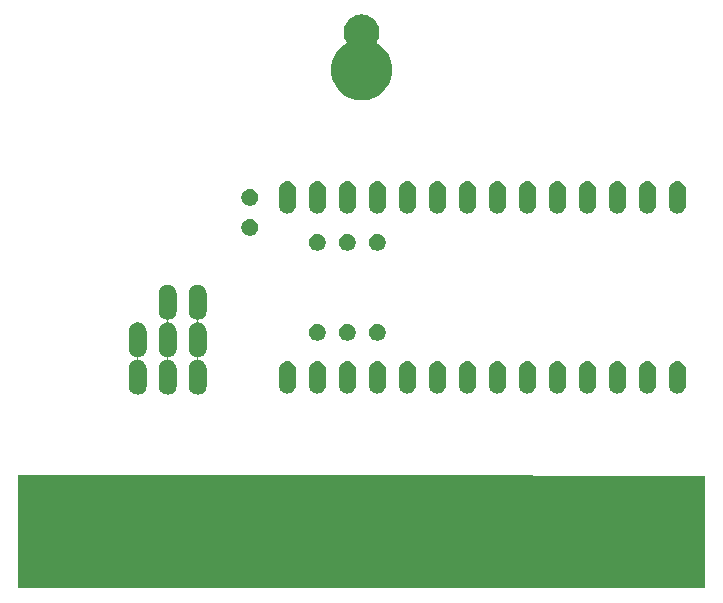
<source format=gbr>
G04 #@! TF.GenerationSoftware,KiCad,Pcbnew,5.0.2-bee76a0~70~ubuntu18.04.1*
G04 #@! TF.CreationDate,2021-04-24T13:54:54-04:00*
G04 #@! TF.ProjectId,SimpleC64Cart,53696d70-6c65-4433-9634-436172742e6b,rev?*
G04 #@! TF.SameCoordinates,Original*
G04 #@! TF.FileFunction,Soldermask,Top*
G04 #@! TF.FilePolarity,Negative*
%FSLAX46Y46*%
G04 Gerber Fmt 4.6, Leading zero omitted, Abs format (unit mm)*
G04 Created by KiCad (PCBNEW 5.0.2-bee76a0~70~ubuntu18.04.1) date Sat 24 Apr 2021 01:54:54 PM EDT*
%MOMM*%
%LPD*%
G01*
G04 APERTURE LIST*
%ADD10C,0.100000*%
G04 APERTURE END LIST*
D10*
G36*
X119402319Y-119970004D02*
X119402320Y-119970004D01*
X148602674Y-119980037D01*
X177600000Y-119990000D01*
X177600000Y-129510000D01*
X119390000Y-129510000D01*
X119390000Y-119970000D01*
X119402319Y-119970004D01*
X119402319Y-119970004D01*
G37*
G36*
X129680477Y-107023926D02*
X129776235Y-107052974D01*
X129824115Y-107067498D01*
X129890303Y-107102877D01*
X129956491Y-107138255D01*
X130072522Y-107233478D01*
X130072523Y-107233480D01*
X130072525Y-107233481D01*
X130129656Y-107303096D01*
X130167745Y-107349508D01*
X130198867Y-107407734D01*
X130238502Y-107481884D01*
X130251345Y-107524221D01*
X130282074Y-107625522D01*
X130293100Y-107737474D01*
X130293100Y-109234726D01*
X130282074Y-109346678D01*
X130253026Y-109442436D01*
X130238502Y-109490316D01*
X130212694Y-109538599D01*
X130167745Y-109622692D01*
X130072522Y-109738722D01*
X129956492Y-109833945D01*
X129872399Y-109878894D01*
X129824116Y-109904702D01*
X129776236Y-109919226D01*
X129680478Y-109948274D01*
X129671050Y-109949203D01*
X129647019Y-109953982D01*
X129624380Y-109963360D01*
X129604006Y-109976974D01*
X129586679Y-109994301D01*
X129573065Y-110014675D01*
X129563687Y-110037314D01*
X129558907Y-110061348D01*
X129558907Y-110085852D01*
X129563687Y-110109886D01*
X129573065Y-110132525D01*
X129586679Y-110152899D01*
X129604006Y-110170226D01*
X129624380Y-110183840D01*
X129647019Y-110193218D01*
X129671049Y-110197997D01*
X129680477Y-110198926D01*
X129776235Y-110227974D01*
X129824115Y-110242498D01*
X129890302Y-110277876D01*
X129956491Y-110313255D01*
X130072522Y-110408478D01*
X130072523Y-110408480D01*
X130072525Y-110408481D01*
X130079103Y-110416497D01*
X130167745Y-110524508D01*
X130212694Y-110608601D01*
X130238502Y-110656884D01*
X130253026Y-110704764D01*
X130282074Y-110800522D01*
X130293100Y-110912474D01*
X130293100Y-112409726D01*
X130282074Y-112521678D01*
X130256804Y-112604981D01*
X130238502Y-112665316D01*
X130212694Y-112713599D01*
X130167745Y-112797692D01*
X130072522Y-112913722D01*
X129956492Y-113008945D01*
X129886903Y-113046141D01*
X129824116Y-113079702D01*
X129776236Y-113094226D01*
X129680478Y-113123274D01*
X129531100Y-113137986D01*
X129381723Y-113123274D01*
X129285965Y-113094226D01*
X129238085Y-113079702D01*
X129175298Y-113046141D01*
X129105709Y-113008945D01*
X128989679Y-112913722D01*
X128894456Y-112797692D01*
X128849507Y-112713599D01*
X128823699Y-112665316D01*
X128805397Y-112604981D01*
X128780127Y-112521678D01*
X128769101Y-112409726D01*
X128769100Y-110912475D01*
X128780126Y-110800523D01*
X128823698Y-110656886D01*
X128823698Y-110656885D01*
X128859076Y-110590698D01*
X128894455Y-110524509D01*
X128989678Y-110408478D01*
X128989680Y-110408477D01*
X128989681Y-110408475D01*
X129105706Y-110313257D01*
X129105708Y-110313255D01*
X129189801Y-110268306D01*
X129238084Y-110242498D01*
X129285964Y-110227974D01*
X129381722Y-110198926D01*
X129391150Y-110197997D01*
X129415181Y-110193218D01*
X129437820Y-110183840D01*
X129458194Y-110170226D01*
X129475521Y-110152899D01*
X129489135Y-110132525D01*
X129498513Y-110109886D01*
X129503293Y-110085852D01*
X129503293Y-110061348D01*
X129498513Y-110037314D01*
X129489135Y-110014675D01*
X129475521Y-109994301D01*
X129458194Y-109976974D01*
X129437820Y-109963360D01*
X129415181Y-109953982D01*
X129391151Y-109949203D01*
X129381723Y-109948274D01*
X129285965Y-109919226D01*
X129238085Y-109904702D01*
X129189802Y-109878894D01*
X129105709Y-109833945D01*
X128989679Y-109738722D01*
X128894456Y-109622692D01*
X128849507Y-109538599D01*
X128823699Y-109490316D01*
X128809175Y-109442436D01*
X128780127Y-109346678D01*
X128769101Y-109234726D01*
X128769100Y-107737475D01*
X128780126Y-107625523D01*
X128823698Y-107481886D01*
X128823698Y-107481885D01*
X128859076Y-107415698D01*
X128894455Y-107349509D01*
X128989678Y-107233478D01*
X128989680Y-107233477D01*
X128989681Y-107233475D01*
X129059296Y-107176344D01*
X129105708Y-107138255D01*
X129189801Y-107093306D01*
X129238084Y-107067498D01*
X129285964Y-107052974D01*
X129381722Y-107023926D01*
X129531100Y-107009214D01*
X129680477Y-107023926D01*
X129680477Y-107023926D01*
G37*
G36*
X134760478Y-103848926D02*
X134856236Y-103877974D01*
X134904116Y-103892498D01*
X134952399Y-103918306D01*
X135036492Y-103963255D01*
X135152522Y-104058478D01*
X135247745Y-104174508D01*
X135292694Y-104258601D01*
X135318502Y-104306884D01*
X135318502Y-104306885D01*
X135362074Y-104450522D01*
X135373100Y-104562474D01*
X135373100Y-106059726D01*
X135362074Y-106171678D01*
X135333026Y-106267436D01*
X135318502Y-106315316D01*
X135292694Y-106363599D01*
X135247745Y-106447692D01*
X135247743Y-106447694D01*
X135152525Y-106563719D01*
X135152523Y-106563720D01*
X135152522Y-106563722D01*
X135036491Y-106658945D01*
X134970302Y-106694324D01*
X134904115Y-106729702D01*
X134856235Y-106744226D01*
X134760477Y-106773274D01*
X134751049Y-106774203D01*
X134727018Y-106778982D01*
X134704379Y-106788360D01*
X134684005Y-106801974D01*
X134666678Y-106819301D01*
X134653064Y-106839675D01*
X134643686Y-106862314D01*
X134638906Y-106886348D01*
X134638906Y-106910852D01*
X134643686Y-106934886D01*
X134653064Y-106957525D01*
X134666678Y-106977899D01*
X134684005Y-106995226D01*
X134704379Y-107008840D01*
X134727018Y-107018218D01*
X134751049Y-107022997D01*
X134760477Y-107023926D01*
X134856235Y-107052974D01*
X134904115Y-107067498D01*
X134970303Y-107102877D01*
X135036491Y-107138255D01*
X135152522Y-107233478D01*
X135152523Y-107233480D01*
X135152525Y-107233481D01*
X135209656Y-107303096D01*
X135247745Y-107349508D01*
X135278867Y-107407734D01*
X135318502Y-107481884D01*
X135331345Y-107524221D01*
X135362074Y-107625522D01*
X135373100Y-107737474D01*
X135373100Y-109234726D01*
X135362074Y-109346678D01*
X135333026Y-109442436D01*
X135318502Y-109490316D01*
X135292694Y-109538599D01*
X135247745Y-109622692D01*
X135152522Y-109738722D01*
X135036492Y-109833945D01*
X134952399Y-109878894D01*
X134904116Y-109904702D01*
X134856236Y-109919226D01*
X134760478Y-109948274D01*
X134751050Y-109949203D01*
X134727019Y-109953982D01*
X134704380Y-109963360D01*
X134684006Y-109976974D01*
X134666679Y-109994301D01*
X134653065Y-110014675D01*
X134643687Y-110037314D01*
X134638907Y-110061348D01*
X134638907Y-110085852D01*
X134643687Y-110109886D01*
X134653065Y-110132525D01*
X134666679Y-110152899D01*
X134684006Y-110170226D01*
X134704380Y-110183840D01*
X134727019Y-110193218D01*
X134751049Y-110197997D01*
X134760477Y-110198926D01*
X134856235Y-110227974D01*
X134904115Y-110242498D01*
X134970302Y-110277876D01*
X135036491Y-110313255D01*
X135152522Y-110408478D01*
X135152523Y-110408480D01*
X135152525Y-110408481D01*
X135159103Y-110416497D01*
X135247745Y-110524508D01*
X135292694Y-110608601D01*
X135318502Y-110656884D01*
X135333026Y-110704764D01*
X135362074Y-110800522D01*
X135373100Y-110912474D01*
X135373100Y-112409726D01*
X135362074Y-112521678D01*
X135336804Y-112604981D01*
X135318502Y-112665316D01*
X135292694Y-112713599D01*
X135247745Y-112797692D01*
X135152522Y-112913722D01*
X135036492Y-113008945D01*
X134966903Y-113046141D01*
X134904116Y-113079702D01*
X134856236Y-113094226D01*
X134760478Y-113123274D01*
X134611100Y-113137986D01*
X134461723Y-113123274D01*
X134365965Y-113094226D01*
X134318085Y-113079702D01*
X134255298Y-113046141D01*
X134185709Y-113008945D01*
X134069679Y-112913722D01*
X133974456Y-112797692D01*
X133929507Y-112713599D01*
X133903699Y-112665316D01*
X133885397Y-112604981D01*
X133860127Y-112521678D01*
X133849101Y-112409726D01*
X133849100Y-110912475D01*
X133860126Y-110800523D01*
X133903698Y-110656886D01*
X133903698Y-110656885D01*
X133939076Y-110590698D01*
X133974455Y-110524509D01*
X134069678Y-110408478D01*
X134069680Y-110408477D01*
X134069681Y-110408475D01*
X134185706Y-110313257D01*
X134185708Y-110313255D01*
X134269801Y-110268306D01*
X134318084Y-110242498D01*
X134365964Y-110227974D01*
X134461722Y-110198926D01*
X134471150Y-110197997D01*
X134495181Y-110193218D01*
X134517820Y-110183840D01*
X134538194Y-110170226D01*
X134555521Y-110152899D01*
X134569135Y-110132525D01*
X134578513Y-110109886D01*
X134583293Y-110085852D01*
X134583293Y-110061348D01*
X134578513Y-110037314D01*
X134569135Y-110014675D01*
X134555521Y-109994301D01*
X134538194Y-109976974D01*
X134517820Y-109963360D01*
X134495181Y-109953982D01*
X134471151Y-109949203D01*
X134461723Y-109948274D01*
X134365965Y-109919226D01*
X134318085Y-109904702D01*
X134269802Y-109878894D01*
X134185709Y-109833945D01*
X134069679Y-109738722D01*
X133974456Y-109622692D01*
X133929507Y-109538599D01*
X133903699Y-109490316D01*
X133889175Y-109442436D01*
X133860127Y-109346678D01*
X133849101Y-109234726D01*
X133849100Y-107737475D01*
X133860126Y-107625523D01*
X133903698Y-107481886D01*
X133903698Y-107481885D01*
X133939076Y-107415698D01*
X133974455Y-107349509D01*
X134069678Y-107233478D01*
X134069680Y-107233477D01*
X134069681Y-107233475D01*
X134139296Y-107176344D01*
X134185708Y-107138255D01*
X134269801Y-107093306D01*
X134318084Y-107067498D01*
X134365964Y-107052974D01*
X134461722Y-107023926D01*
X134471150Y-107022997D01*
X134495181Y-107018218D01*
X134517820Y-107008840D01*
X134538194Y-106995226D01*
X134555521Y-106977899D01*
X134569135Y-106957525D01*
X134578513Y-106934886D01*
X134583293Y-106910852D01*
X134583293Y-106886348D01*
X134578513Y-106862314D01*
X134569135Y-106839675D01*
X134555521Y-106819301D01*
X134538194Y-106801974D01*
X134517820Y-106788360D01*
X134495181Y-106778982D01*
X134471150Y-106774203D01*
X134461722Y-106773274D01*
X134365964Y-106744226D01*
X134318084Y-106729702D01*
X134269801Y-106703894D01*
X134185708Y-106658945D01*
X134139296Y-106620856D01*
X134069681Y-106563725D01*
X134069680Y-106563723D01*
X134069678Y-106563722D01*
X133974455Y-106447691D01*
X133903699Y-106315316D01*
X133903698Y-106315315D01*
X133889174Y-106267435D01*
X133860126Y-106171677D01*
X133849100Y-106059725D01*
X133849101Y-104562474D01*
X133860127Y-104450522D01*
X133903699Y-104306885D01*
X133903699Y-104306884D01*
X133929507Y-104258601D01*
X133974456Y-104174508D01*
X134069679Y-104058478D01*
X134185709Y-103963255D01*
X134269802Y-103918306D01*
X134318085Y-103892498D01*
X134365965Y-103877974D01*
X134461723Y-103848926D01*
X134611100Y-103834214D01*
X134760478Y-103848926D01*
X134760478Y-103848926D01*
G37*
G36*
X132220478Y-103848926D02*
X132316236Y-103877974D01*
X132364116Y-103892498D01*
X132412399Y-103918306D01*
X132496492Y-103963255D01*
X132612522Y-104058478D01*
X132707745Y-104174508D01*
X132752694Y-104258601D01*
X132778502Y-104306884D01*
X132778502Y-104306885D01*
X132822074Y-104450522D01*
X132833100Y-104562474D01*
X132833100Y-106059726D01*
X132822074Y-106171678D01*
X132793026Y-106267436D01*
X132778502Y-106315316D01*
X132752694Y-106363599D01*
X132707745Y-106447692D01*
X132707743Y-106447694D01*
X132612525Y-106563719D01*
X132612523Y-106563720D01*
X132612522Y-106563722D01*
X132496491Y-106658945D01*
X132430302Y-106694324D01*
X132364115Y-106729702D01*
X132316235Y-106744226D01*
X132220477Y-106773274D01*
X132211049Y-106774203D01*
X132187018Y-106778982D01*
X132164379Y-106788360D01*
X132144005Y-106801974D01*
X132126678Y-106819301D01*
X132113064Y-106839675D01*
X132103686Y-106862314D01*
X132098906Y-106886348D01*
X132098906Y-106910852D01*
X132103686Y-106934886D01*
X132113064Y-106957525D01*
X132126678Y-106977899D01*
X132144005Y-106995226D01*
X132164379Y-107008840D01*
X132187018Y-107018218D01*
X132211049Y-107022997D01*
X132220477Y-107023926D01*
X132316235Y-107052974D01*
X132364115Y-107067498D01*
X132430303Y-107102877D01*
X132496491Y-107138255D01*
X132612522Y-107233478D01*
X132612523Y-107233480D01*
X132612525Y-107233481D01*
X132669656Y-107303096D01*
X132707745Y-107349508D01*
X132738867Y-107407734D01*
X132778502Y-107481884D01*
X132791345Y-107524221D01*
X132822074Y-107625522D01*
X132833100Y-107737474D01*
X132833100Y-109234726D01*
X132822074Y-109346678D01*
X132793026Y-109442436D01*
X132778502Y-109490316D01*
X132752694Y-109538599D01*
X132707745Y-109622692D01*
X132612522Y-109738722D01*
X132496492Y-109833945D01*
X132412399Y-109878894D01*
X132364116Y-109904702D01*
X132316236Y-109919226D01*
X132220478Y-109948274D01*
X132211050Y-109949203D01*
X132187019Y-109953982D01*
X132164380Y-109963360D01*
X132144006Y-109976974D01*
X132126679Y-109994301D01*
X132113065Y-110014675D01*
X132103687Y-110037314D01*
X132098907Y-110061348D01*
X132098907Y-110085852D01*
X132103687Y-110109886D01*
X132113065Y-110132525D01*
X132126679Y-110152899D01*
X132144006Y-110170226D01*
X132164380Y-110183840D01*
X132187019Y-110193218D01*
X132211049Y-110197997D01*
X132220477Y-110198926D01*
X132316235Y-110227974D01*
X132364115Y-110242498D01*
X132430302Y-110277876D01*
X132496491Y-110313255D01*
X132612522Y-110408478D01*
X132612523Y-110408480D01*
X132612525Y-110408481D01*
X132619103Y-110416497D01*
X132707745Y-110524508D01*
X132752694Y-110608601D01*
X132778502Y-110656884D01*
X132793026Y-110704764D01*
X132822074Y-110800522D01*
X132833100Y-110912474D01*
X132833100Y-112409726D01*
X132822074Y-112521678D01*
X132796804Y-112604981D01*
X132778502Y-112665316D01*
X132752694Y-112713599D01*
X132707745Y-112797692D01*
X132612522Y-112913722D01*
X132496492Y-113008945D01*
X132426903Y-113046141D01*
X132364116Y-113079702D01*
X132316236Y-113094226D01*
X132220478Y-113123274D01*
X132071100Y-113137986D01*
X131921723Y-113123274D01*
X131825965Y-113094226D01*
X131778085Y-113079702D01*
X131715298Y-113046141D01*
X131645709Y-113008945D01*
X131529679Y-112913722D01*
X131434456Y-112797692D01*
X131389507Y-112713599D01*
X131363699Y-112665316D01*
X131345397Y-112604981D01*
X131320127Y-112521678D01*
X131309101Y-112409726D01*
X131309100Y-110912475D01*
X131320126Y-110800523D01*
X131363698Y-110656886D01*
X131363698Y-110656885D01*
X131399076Y-110590698D01*
X131434455Y-110524509D01*
X131529678Y-110408478D01*
X131529680Y-110408477D01*
X131529681Y-110408475D01*
X131645706Y-110313257D01*
X131645708Y-110313255D01*
X131729801Y-110268306D01*
X131778084Y-110242498D01*
X131825964Y-110227974D01*
X131921722Y-110198926D01*
X131931150Y-110197997D01*
X131955181Y-110193218D01*
X131977820Y-110183840D01*
X131998194Y-110170226D01*
X132015521Y-110152899D01*
X132029135Y-110132525D01*
X132038513Y-110109886D01*
X132043293Y-110085852D01*
X132043293Y-110061348D01*
X132038513Y-110037314D01*
X132029135Y-110014675D01*
X132015521Y-109994301D01*
X131998194Y-109976974D01*
X131977820Y-109963360D01*
X131955181Y-109953982D01*
X131931151Y-109949203D01*
X131921723Y-109948274D01*
X131825965Y-109919226D01*
X131778085Y-109904702D01*
X131729802Y-109878894D01*
X131645709Y-109833945D01*
X131529679Y-109738722D01*
X131434456Y-109622692D01*
X131389507Y-109538599D01*
X131363699Y-109490316D01*
X131349175Y-109442436D01*
X131320127Y-109346678D01*
X131309101Y-109234726D01*
X131309100Y-107737475D01*
X131320126Y-107625523D01*
X131363698Y-107481886D01*
X131363698Y-107481885D01*
X131399076Y-107415698D01*
X131434455Y-107349509D01*
X131529678Y-107233478D01*
X131529680Y-107233477D01*
X131529681Y-107233475D01*
X131599296Y-107176344D01*
X131645708Y-107138255D01*
X131729801Y-107093306D01*
X131778084Y-107067498D01*
X131825964Y-107052974D01*
X131921722Y-107023926D01*
X131931150Y-107022997D01*
X131955181Y-107018218D01*
X131977820Y-107008840D01*
X131998194Y-106995226D01*
X132015521Y-106977899D01*
X132029135Y-106957525D01*
X132038513Y-106934886D01*
X132043293Y-106910852D01*
X132043293Y-106886348D01*
X132038513Y-106862314D01*
X132029135Y-106839675D01*
X132015521Y-106819301D01*
X131998194Y-106801974D01*
X131977820Y-106788360D01*
X131955181Y-106778982D01*
X131931150Y-106774203D01*
X131921722Y-106773274D01*
X131825964Y-106744226D01*
X131778084Y-106729702D01*
X131729801Y-106703894D01*
X131645708Y-106658945D01*
X131599296Y-106620856D01*
X131529681Y-106563725D01*
X131529680Y-106563723D01*
X131529678Y-106563722D01*
X131434455Y-106447691D01*
X131363699Y-106315316D01*
X131363698Y-106315315D01*
X131349174Y-106267435D01*
X131320126Y-106171677D01*
X131309100Y-106059725D01*
X131309101Y-104562474D01*
X131320127Y-104450522D01*
X131363699Y-104306885D01*
X131363699Y-104306884D01*
X131389507Y-104258601D01*
X131434456Y-104174508D01*
X131529679Y-104058478D01*
X131645709Y-103963255D01*
X131729802Y-103918306D01*
X131778085Y-103892498D01*
X131825965Y-103877974D01*
X131921723Y-103848926D01*
X132071100Y-103834214D01*
X132220478Y-103848926D01*
X132220478Y-103848926D01*
G37*
G36*
X170290520Y-110309790D02*
X170424580Y-110350457D01*
X170548129Y-110416495D01*
X170656431Y-110505375D01*
X170745303Y-110613666D01*
X170811343Y-110737219D01*
X170852010Y-110871279D01*
X170862300Y-110975760D01*
X170862300Y-112366440D01*
X170852010Y-112470921D01*
X170811343Y-112604981D01*
X170745303Y-112728534D01*
X170656428Y-112836828D01*
X170548134Y-112925703D01*
X170424581Y-112991743D01*
X170290521Y-113032410D01*
X170151100Y-113046141D01*
X170011680Y-113032410D01*
X169877620Y-112991743D01*
X169754067Y-112925703D01*
X169645773Y-112836828D01*
X169556898Y-112728534D01*
X169490858Y-112604981D01*
X169450191Y-112470921D01*
X169439901Y-112366440D01*
X169439900Y-110975761D01*
X169450190Y-110871280D01*
X169490857Y-110737220D01*
X169556895Y-110613671D01*
X169645775Y-110505369D01*
X169754066Y-110416497D01*
X169877619Y-110350457D01*
X170011679Y-110309790D01*
X170151100Y-110296059D01*
X170290520Y-110309790D01*
X170290520Y-110309790D01*
G37*
G36*
X162670520Y-110309790D02*
X162804580Y-110350457D01*
X162928129Y-110416495D01*
X163036431Y-110505375D01*
X163125303Y-110613666D01*
X163191343Y-110737219D01*
X163232010Y-110871279D01*
X163242300Y-110975760D01*
X163242300Y-112366440D01*
X163232010Y-112470921D01*
X163191343Y-112604981D01*
X163125303Y-112728534D01*
X163036428Y-112836828D01*
X162928134Y-112925703D01*
X162804581Y-112991743D01*
X162670521Y-113032410D01*
X162531100Y-113046141D01*
X162391680Y-113032410D01*
X162257620Y-112991743D01*
X162134067Y-112925703D01*
X162025773Y-112836828D01*
X161936898Y-112728534D01*
X161870858Y-112604981D01*
X161830191Y-112470921D01*
X161819901Y-112366440D01*
X161819900Y-110975761D01*
X161830190Y-110871280D01*
X161870857Y-110737220D01*
X161936895Y-110613671D01*
X162025775Y-110505369D01*
X162134066Y-110416497D01*
X162257619Y-110350457D01*
X162391679Y-110309790D01*
X162531100Y-110296059D01*
X162670520Y-110309790D01*
X162670520Y-110309790D01*
G37*
G36*
X172830520Y-110309790D02*
X172964580Y-110350457D01*
X173088129Y-110416495D01*
X173196431Y-110505375D01*
X173285303Y-110613666D01*
X173351343Y-110737219D01*
X173392010Y-110871279D01*
X173402300Y-110975760D01*
X173402300Y-112366440D01*
X173392010Y-112470921D01*
X173351343Y-112604981D01*
X173285303Y-112728534D01*
X173196428Y-112836828D01*
X173088134Y-112925703D01*
X172964581Y-112991743D01*
X172830521Y-113032410D01*
X172691100Y-113046141D01*
X172551680Y-113032410D01*
X172417620Y-112991743D01*
X172294067Y-112925703D01*
X172185773Y-112836828D01*
X172096898Y-112728534D01*
X172030858Y-112604981D01*
X171990191Y-112470921D01*
X171979901Y-112366440D01*
X171979900Y-110975761D01*
X171990190Y-110871280D01*
X172030857Y-110737220D01*
X172096895Y-110613671D01*
X172185775Y-110505369D01*
X172294066Y-110416497D01*
X172417619Y-110350457D01*
X172551679Y-110309790D01*
X172691100Y-110296059D01*
X172830520Y-110309790D01*
X172830520Y-110309790D01*
G37*
G36*
X167750520Y-110309790D02*
X167884580Y-110350457D01*
X168008129Y-110416495D01*
X168116431Y-110505375D01*
X168205303Y-110613666D01*
X168271343Y-110737219D01*
X168312010Y-110871279D01*
X168322300Y-110975760D01*
X168322300Y-112366440D01*
X168312010Y-112470921D01*
X168271343Y-112604981D01*
X168205303Y-112728534D01*
X168116428Y-112836828D01*
X168008134Y-112925703D01*
X167884581Y-112991743D01*
X167750521Y-113032410D01*
X167611100Y-113046141D01*
X167471680Y-113032410D01*
X167337620Y-112991743D01*
X167214067Y-112925703D01*
X167105773Y-112836828D01*
X167016898Y-112728534D01*
X166950858Y-112604981D01*
X166910191Y-112470921D01*
X166899901Y-112366440D01*
X166899900Y-110975761D01*
X166910190Y-110871280D01*
X166950857Y-110737220D01*
X167016895Y-110613671D01*
X167105775Y-110505369D01*
X167214066Y-110416497D01*
X167337619Y-110350457D01*
X167471679Y-110309790D01*
X167611100Y-110296059D01*
X167750520Y-110309790D01*
X167750520Y-110309790D01*
G37*
G36*
X165210520Y-110309790D02*
X165344580Y-110350457D01*
X165468129Y-110416495D01*
X165576431Y-110505375D01*
X165665303Y-110613666D01*
X165731343Y-110737219D01*
X165772010Y-110871279D01*
X165782300Y-110975760D01*
X165782300Y-112366440D01*
X165772010Y-112470921D01*
X165731343Y-112604981D01*
X165665303Y-112728534D01*
X165576428Y-112836828D01*
X165468134Y-112925703D01*
X165344581Y-112991743D01*
X165210521Y-113032410D01*
X165071100Y-113046141D01*
X164931680Y-113032410D01*
X164797620Y-112991743D01*
X164674067Y-112925703D01*
X164565773Y-112836828D01*
X164476898Y-112728534D01*
X164410858Y-112604981D01*
X164370191Y-112470921D01*
X164359901Y-112366440D01*
X164359900Y-110975761D01*
X164370190Y-110871280D01*
X164410857Y-110737220D01*
X164476895Y-110613671D01*
X164565775Y-110505369D01*
X164674066Y-110416497D01*
X164797619Y-110350457D01*
X164931679Y-110309790D01*
X165071100Y-110296059D01*
X165210520Y-110309790D01*
X165210520Y-110309790D01*
G37*
G36*
X160130520Y-110309790D02*
X160264580Y-110350457D01*
X160388129Y-110416495D01*
X160496431Y-110505375D01*
X160585303Y-110613666D01*
X160651343Y-110737219D01*
X160692010Y-110871279D01*
X160702300Y-110975760D01*
X160702300Y-112366440D01*
X160692010Y-112470921D01*
X160651343Y-112604981D01*
X160585303Y-112728534D01*
X160496428Y-112836828D01*
X160388134Y-112925703D01*
X160264581Y-112991743D01*
X160130521Y-113032410D01*
X159991100Y-113046141D01*
X159851680Y-113032410D01*
X159717620Y-112991743D01*
X159594067Y-112925703D01*
X159485773Y-112836828D01*
X159396898Y-112728534D01*
X159330858Y-112604981D01*
X159290191Y-112470921D01*
X159279901Y-112366440D01*
X159279900Y-110975761D01*
X159290190Y-110871280D01*
X159330857Y-110737220D01*
X159396895Y-110613671D01*
X159485775Y-110505369D01*
X159594066Y-110416497D01*
X159717619Y-110350457D01*
X159851679Y-110309790D01*
X159991100Y-110296059D01*
X160130520Y-110309790D01*
X160130520Y-110309790D01*
G37*
G36*
X157590520Y-110309790D02*
X157724580Y-110350457D01*
X157848129Y-110416495D01*
X157956431Y-110505375D01*
X158045303Y-110613666D01*
X158111343Y-110737219D01*
X158152010Y-110871279D01*
X158162300Y-110975760D01*
X158162300Y-112366440D01*
X158152010Y-112470921D01*
X158111343Y-112604981D01*
X158045303Y-112728534D01*
X157956428Y-112836828D01*
X157848134Y-112925703D01*
X157724581Y-112991743D01*
X157590521Y-113032410D01*
X157451100Y-113046141D01*
X157311680Y-113032410D01*
X157177620Y-112991743D01*
X157054067Y-112925703D01*
X156945773Y-112836828D01*
X156856898Y-112728534D01*
X156790858Y-112604981D01*
X156750191Y-112470921D01*
X156739901Y-112366440D01*
X156739900Y-110975761D01*
X156750190Y-110871280D01*
X156790857Y-110737220D01*
X156856895Y-110613671D01*
X156945775Y-110505369D01*
X157054066Y-110416497D01*
X157177619Y-110350457D01*
X157311679Y-110309790D01*
X157451100Y-110296059D01*
X157590520Y-110309790D01*
X157590520Y-110309790D01*
G37*
G36*
X155050520Y-110309790D02*
X155184580Y-110350457D01*
X155308129Y-110416495D01*
X155416431Y-110505375D01*
X155505303Y-110613666D01*
X155571343Y-110737219D01*
X155612010Y-110871279D01*
X155622300Y-110975760D01*
X155622300Y-112366440D01*
X155612010Y-112470921D01*
X155571343Y-112604981D01*
X155505303Y-112728534D01*
X155416428Y-112836828D01*
X155308134Y-112925703D01*
X155184581Y-112991743D01*
X155050521Y-113032410D01*
X154911100Y-113046141D01*
X154771680Y-113032410D01*
X154637620Y-112991743D01*
X154514067Y-112925703D01*
X154405773Y-112836828D01*
X154316898Y-112728534D01*
X154250858Y-112604981D01*
X154210191Y-112470921D01*
X154199901Y-112366440D01*
X154199900Y-110975761D01*
X154210190Y-110871280D01*
X154250857Y-110737220D01*
X154316895Y-110613671D01*
X154405775Y-110505369D01*
X154514066Y-110416497D01*
X154637619Y-110350457D01*
X154771679Y-110309790D01*
X154911100Y-110296059D01*
X155050520Y-110309790D01*
X155050520Y-110309790D01*
G37*
G36*
X152510520Y-110309790D02*
X152644580Y-110350457D01*
X152768129Y-110416495D01*
X152876431Y-110505375D01*
X152965303Y-110613666D01*
X153031343Y-110737219D01*
X153072010Y-110871279D01*
X153082300Y-110975760D01*
X153082300Y-112366440D01*
X153072010Y-112470921D01*
X153031343Y-112604981D01*
X152965303Y-112728534D01*
X152876428Y-112836828D01*
X152768134Y-112925703D01*
X152644581Y-112991743D01*
X152510521Y-113032410D01*
X152371100Y-113046141D01*
X152231680Y-113032410D01*
X152097620Y-112991743D01*
X151974067Y-112925703D01*
X151865773Y-112836828D01*
X151776898Y-112728534D01*
X151710858Y-112604981D01*
X151670191Y-112470921D01*
X151659901Y-112366440D01*
X151659900Y-110975761D01*
X151670190Y-110871280D01*
X151710857Y-110737220D01*
X151776895Y-110613671D01*
X151865775Y-110505369D01*
X151974066Y-110416497D01*
X152097619Y-110350457D01*
X152231679Y-110309790D01*
X152371100Y-110296059D01*
X152510520Y-110309790D01*
X152510520Y-110309790D01*
G37*
G36*
X149970520Y-110309790D02*
X150104580Y-110350457D01*
X150228129Y-110416495D01*
X150336431Y-110505375D01*
X150425303Y-110613666D01*
X150491343Y-110737219D01*
X150532010Y-110871279D01*
X150542300Y-110975760D01*
X150542300Y-112366440D01*
X150532010Y-112470921D01*
X150491343Y-112604981D01*
X150425303Y-112728534D01*
X150336428Y-112836828D01*
X150228134Y-112925703D01*
X150104581Y-112991743D01*
X149970521Y-113032410D01*
X149831100Y-113046141D01*
X149691680Y-113032410D01*
X149557620Y-112991743D01*
X149434067Y-112925703D01*
X149325773Y-112836828D01*
X149236898Y-112728534D01*
X149170858Y-112604981D01*
X149130191Y-112470921D01*
X149119901Y-112366440D01*
X149119900Y-110975761D01*
X149130190Y-110871280D01*
X149170857Y-110737220D01*
X149236895Y-110613671D01*
X149325775Y-110505369D01*
X149434066Y-110416497D01*
X149557619Y-110350457D01*
X149691679Y-110309790D01*
X149831100Y-110296059D01*
X149970520Y-110309790D01*
X149970520Y-110309790D01*
G37*
G36*
X147430520Y-110309790D02*
X147564580Y-110350457D01*
X147688129Y-110416495D01*
X147796431Y-110505375D01*
X147885303Y-110613666D01*
X147951343Y-110737219D01*
X147992010Y-110871279D01*
X148002300Y-110975760D01*
X148002300Y-112366440D01*
X147992010Y-112470921D01*
X147951343Y-112604981D01*
X147885303Y-112728534D01*
X147796428Y-112836828D01*
X147688134Y-112925703D01*
X147564581Y-112991743D01*
X147430521Y-113032410D01*
X147291100Y-113046141D01*
X147151680Y-113032410D01*
X147017620Y-112991743D01*
X146894067Y-112925703D01*
X146785773Y-112836828D01*
X146696898Y-112728534D01*
X146630858Y-112604981D01*
X146590191Y-112470921D01*
X146579901Y-112366440D01*
X146579900Y-110975761D01*
X146590190Y-110871280D01*
X146630857Y-110737220D01*
X146696895Y-110613671D01*
X146785775Y-110505369D01*
X146894066Y-110416497D01*
X147017619Y-110350457D01*
X147151679Y-110309790D01*
X147291100Y-110296059D01*
X147430520Y-110309790D01*
X147430520Y-110309790D01*
G37*
G36*
X144890520Y-110309790D02*
X145024580Y-110350457D01*
X145148129Y-110416495D01*
X145256431Y-110505375D01*
X145345303Y-110613666D01*
X145411343Y-110737219D01*
X145452010Y-110871279D01*
X145462300Y-110975760D01*
X145462300Y-112366440D01*
X145452010Y-112470921D01*
X145411343Y-112604981D01*
X145345303Y-112728534D01*
X145256428Y-112836828D01*
X145148134Y-112925703D01*
X145024581Y-112991743D01*
X144890521Y-113032410D01*
X144751100Y-113046141D01*
X144611680Y-113032410D01*
X144477620Y-112991743D01*
X144354067Y-112925703D01*
X144245773Y-112836828D01*
X144156898Y-112728534D01*
X144090858Y-112604981D01*
X144050191Y-112470921D01*
X144039901Y-112366440D01*
X144039900Y-110975761D01*
X144050190Y-110871280D01*
X144090857Y-110737220D01*
X144156895Y-110613671D01*
X144245775Y-110505369D01*
X144354066Y-110416497D01*
X144477619Y-110350457D01*
X144611679Y-110309790D01*
X144751100Y-110296059D01*
X144890520Y-110309790D01*
X144890520Y-110309790D01*
G37*
G36*
X142350520Y-110309790D02*
X142484580Y-110350457D01*
X142608129Y-110416495D01*
X142716431Y-110505375D01*
X142805303Y-110613666D01*
X142871343Y-110737219D01*
X142912010Y-110871279D01*
X142922300Y-110975760D01*
X142922300Y-112366440D01*
X142912010Y-112470921D01*
X142871343Y-112604981D01*
X142805303Y-112728534D01*
X142716428Y-112836828D01*
X142608134Y-112925703D01*
X142484581Y-112991743D01*
X142350521Y-113032410D01*
X142211100Y-113046141D01*
X142071680Y-113032410D01*
X141937620Y-112991743D01*
X141814067Y-112925703D01*
X141705773Y-112836828D01*
X141616898Y-112728534D01*
X141550858Y-112604981D01*
X141510191Y-112470921D01*
X141499901Y-112366440D01*
X141499900Y-110975761D01*
X141510190Y-110871280D01*
X141550857Y-110737220D01*
X141616895Y-110613671D01*
X141705775Y-110505369D01*
X141814066Y-110416497D01*
X141937619Y-110350457D01*
X142071679Y-110309790D01*
X142211100Y-110296059D01*
X142350520Y-110309790D01*
X142350520Y-110309790D01*
G37*
G36*
X175370520Y-110309790D02*
X175504580Y-110350457D01*
X175628129Y-110416495D01*
X175736431Y-110505375D01*
X175825303Y-110613666D01*
X175891343Y-110737219D01*
X175932010Y-110871279D01*
X175942300Y-110975760D01*
X175942300Y-112366440D01*
X175932010Y-112470921D01*
X175891343Y-112604981D01*
X175825303Y-112728534D01*
X175736428Y-112836828D01*
X175628134Y-112925703D01*
X175504581Y-112991743D01*
X175370521Y-113032410D01*
X175231100Y-113046141D01*
X175091680Y-113032410D01*
X174957620Y-112991743D01*
X174834067Y-112925703D01*
X174725773Y-112836828D01*
X174636898Y-112728534D01*
X174570858Y-112604981D01*
X174530191Y-112470921D01*
X174519901Y-112366440D01*
X174519900Y-110975761D01*
X174530190Y-110871280D01*
X174570857Y-110737220D01*
X174636895Y-110613671D01*
X174725775Y-110505369D01*
X174834066Y-110416497D01*
X174957619Y-110350457D01*
X175091679Y-110309790D01*
X175231100Y-110296059D01*
X175370520Y-110309790D01*
X175370520Y-110309790D01*
G37*
G36*
X144958550Y-107177231D02*
X145087978Y-107230842D01*
X145204466Y-107308677D01*
X145303523Y-107407734D01*
X145381358Y-107524222D01*
X145434969Y-107653650D01*
X145462300Y-107791052D01*
X145462300Y-107931148D01*
X145434969Y-108068550D01*
X145381358Y-108197978D01*
X145303523Y-108314466D01*
X145204466Y-108413523D01*
X145087978Y-108491358D01*
X144958550Y-108544969D01*
X144821148Y-108572300D01*
X144681052Y-108572300D01*
X144543650Y-108544969D01*
X144414222Y-108491358D01*
X144297734Y-108413523D01*
X144198677Y-108314466D01*
X144120842Y-108197978D01*
X144067231Y-108068550D01*
X144039900Y-107931148D01*
X144039900Y-107791052D01*
X144067231Y-107653650D01*
X144120842Y-107524222D01*
X144198677Y-107407734D01*
X144297734Y-107308677D01*
X144414222Y-107230842D01*
X144543650Y-107177231D01*
X144681052Y-107149900D01*
X144821148Y-107149900D01*
X144958550Y-107177231D01*
X144958550Y-107177231D01*
G37*
G36*
X150038550Y-107177231D02*
X150167978Y-107230842D01*
X150284466Y-107308677D01*
X150383523Y-107407734D01*
X150461358Y-107524222D01*
X150514969Y-107653650D01*
X150542300Y-107791052D01*
X150542300Y-107931148D01*
X150514969Y-108068550D01*
X150461358Y-108197978D01*
X150383523Y-108314466D01*
X150284466Y-108413523D01*
X150167978Y-108491358D01*
X150038550Y-108544969D01*
X149901148Y-108572300D01*
X149761052Y-108572300D01*
X149623650Y-108544969D01*
X149494222Y-108491358D01*
X149377734Y-108413523D01*
X149278677Y-108314466D01*
X149200842Y-108197978D01*
X149147231Y-108068550D01*
X149119900Y-107931148D01*
X149119900Y-107791052D01*
X149147231Y-107653650D01*
X149200842Y-107524222D01*
X149278677Y-107407734D01*
X149377734Y-107308677D01*
X149494222Y-107230842D01*
X149623650Y-107177231D01*
X149761052Y-107149900D01*
X149901148Y-107149900D01*
X150038550Y-107177231D01*
X150038550Y-107177231D01*
G37*
G36*
X147498550Y-107177231D02*
X147627978Y-107230842D01*
X147744466Y-107308677D01*
X147843523Y-107407734D01*
X147921358Y-107524222D01*
X147974969Y-107653650D01*
X148002300Y-107791052D01*
X148002300Y-107931148D01*
X147974969Y-108068550D01*
X147921358Y-108197978D01*
X147843523Y-108314466D01*
X147744466Y-108413523D01*
X147627978Y-108491358D01*
X147498550Y-108544969D01*
X147361148Y-108572300D01*
X147221052Y-108572300D01*
X147083650Y-108544969D01*
X146954222Y-108491358D01*
X146837734Y-108413523D01*
X146738677Y-108314466D01*
X146660842Y-108197978D01*
X146607231Y-108068550D01*
X146579900Y-107931148D01*
X146579900Y-107791052D01*
X146607231Y-107653650D01*
X146660842Y-107524222D01*
X146738677Y-107407734D01*
X146837734Y-107308677D01*
X146954222Y-107230842D01*
X147083650Y-107177231D01*
X147221052Y-107149900D01*
X147361148Y-107149900D01*
X147498550Y-107177231D01*
X147498550Y-107177231D01*
G37*
G36*
X144958550Y-99557231D02*
X145087978Y-99610842D01*
X145204466Y-99688677D01*
X145303523Y-99787734D01*
X145381358Y-99904222D01*
X145434969Y-100033650D01*
X145462300Y-100171052D01*
X145462300Y-100311148D01*
X145434969Y-100448550D01*
X145381358Y-100577978D01*
X145303523Y-100694466D01*
X145204466Y-100793523D01*
X145087978Y-100871358D01*
X144958550Y-100924969D01*
X144821148Y-100952300D01*
X144681052Y-100952300D01*
X144543650Y-100924969D01*
X144414222Y-100871358D01*
X144297734Y-100793523D01*
X144198677Y-100694466D01*
X144120842Y-100577978D01*
X144067231Y-100448550D01*
X144039900Y-100311148D01*
X144039900Y-100171052D01*
X144067231Y-100033650D01*
X144120842Y-99904222D01*
X144198677Y-99787734D01*
X144297734Y-99688677D01*
X144414222Y-99610842D01*
X144543650Y-99557231D01*
X144681052Y-99529900D01*
X144821148Y-99529900D01*
X144958550Y-99557231D01*
X144958550Y-99557231D01*
G37*
G36*
X150038550Y-99557231D02*
X150167978Y-99610842D01*
X150284466Y-99688677D01*
X150383523Y-99787734D01*
X150461358Y-99904222D01*
X150514969Y-100033650D01*
X150542300Y-100171052D01*
X150542300Y-100311148D01*
X150514969Y-100448550D01*
X150461358Y-100577978D01*
X150383523Y-100694466D01*
X150284466Y-100793523D01*
X150167978Y-100871358D01*
X150038550Y-100924969D01*
X149901148Y-100952300D01*
X149761052Y-100952300D01*
X149623650Y-100924969D01*
X149494222Y-100871358D01*
X149377734Y-100793523D01*
X149278677Y-100694466D01*
X149200842Y-100577978D01*
X149147231Y-100448550D01*
X149119900Y-100311148D01*
X149119900Y-100171052D01*
X149147231Y-100033650D01*
X149200842Y-99904222D01*
X149278677Y-99787734D01*
X149377734Y-99688677D01*
X149494222Y-99610842D01*
X149623650Y-99557231D01*
X149761052Y-99529900D01*
X149901148Y-99529900D01*
X150038550Y-99557231D01*
X150038550Y-99557231D01*
G37*
G36*
X147498550Y-99557231D02*
X147627978Y-99610842D01*
X147744466Y-99688677D01*
X147843523Y-99787734D01*
X147921358Y-99904222D01*
X147974969Y-100033650D01*
X148002300Y-100171052D01*
X148002300Y-100311148D01*
X147974969Y-100448550D01*
X147921358Y-100577978D01*
X147843523Y-100694466D01*
X147744466Y-100793523D01*
X147627978Y-100871358D01*
X147498550Y-100924969D01*
X147361148Y-100952300D01*
X147221052Y-100952300D01*
X147083650Y-100924969D01*
X146954222Y-100871358D01*
X146837734Y-100793523D01*
X146738677Y-100694466D01*
X146660842Y-100577978D01*
X146607231Y-100448550D01*
X146579900Y-100311148D01*
X146579900Y-100171052D01*
X146607231Y-100033650D01*
X146660842Y-99904222D01*
X146738677Y-99787734D01*
X146837734Y-99688677D01*
X146954222Y-99610842D01*
X147083650Y-99557231D01*
X147221052Y-99529900D01*
X147361148Y-99529900D01*
X147498550Y-99557231D01*
X147498550Y-99557231D01*
G37*
G36*
X139243550Y-98287231D02*
X139372978Y-98340842D01*
X139489466Y-98418677D01*
X139588523Y-98517734D01*
X139666358Y-98634222D01*
X139719969Y-98763650D01*
X139747300Y-98901052D01*
X139747300Y-99041148D01*
X139719969Y-99178550D01*
X139666358Y-99307978D01*
X139588523Y-99424466D01*
X139489466Y-99523523D01*
X139372978Y-99601358D01*
X139243550Y-99654969D01*
X139106148Y-99682300D01*
X138966052Y-99682300D01*
X138828650Y-99654969D01*
X138699222Y-99601358D01*
X138582734Y-99523523D01*
X138483677Y-99424466D01*
X138405842Y-99307978D01*
X138352231Y-99178550D01*
X138324900Y-99041148D01*
X138324900Y-98901052D01*
X138352231Y-98763650D01*
X138405842Y-98634222D01*
X138483677Y-98517734D01*
X138582734Y-98418677D01*
X138699222Y-98340842D01*
X138828650Y-98287231D01*
X138966052Y-98259900D01*
X139106148Y-98259900D01*
X139243550Y-98287231D01*
X139243550Y-98287231D01*
G37*
G36*
X152510520Y-95069790D02*
X152644580Y-95110457D01*
X152768129Y-95176495D01*
X152876431Y-95265375D01*
X152965303Y-95373666D01*
X153031343Y-95497219D01*
X153072010Y-95631279D01*
X153082300Y-95735760D01*
X153082300Y-97126440D01*
X153072010Y-97230921D01*
X153031343Y-97364981D01*
X152965303Y-97488534D01*
X152876428Y-97596828D01*
X152768134Y-97685703D01*
X152644581Y-97751743D01*
X152510521Y-97792410D01*
X152371100Y-97806141D01*
X152231680Y-97792410D01*
X152097620Y-97751743D01*
X151974067Y-97685703D01*
X151865773Y-97596828D01*
X151776898Y-97488534D01*
X151710858Y-97364981D01*
X151670191Y-97230921D01*
X151659901Y-97126440D01*
X151659900Y-95735761D01*
X151670190Y-95631280D01*
X151710857Y-95497220D01*
X151776895Y-95373671D01*
X151865775Y-95265369D01*
X151974066Y-95176497D01*
X152097619Y-95110457D01*
X152231679Y-95069790D01*
X152371100Y-95056059D01*
X152510520Y-95069790D01*
X152510520Y-95069790D01*
G37*
G36*
X175370520Y-95069790D02*
X175504580Y-95110457D01*
X175628129Y-95176495D01*
X175736431Y-95265375D01*
X175825303Y-95373666D01*
X175891343Y-95497219D01*
X175932010Y-95631279D01*
X175942300Y-95735760D01*
X175942300Y-97126440D01*
X175932010Y-97230921D01*
X175891343Y-97364981D01*
X175825303Y-97488534D01*
X175736428Y-97596828D01*
X175628134Y-97685703D01*
X175504581Y-97751743D01*
X175370521Y-97792410D01*
X175231100Y-97806141D01*
X175091680Y-97792410D01*
X174957620Y-97751743D01*
X174834067Y-97685703D01*
X174725773Y-97596828D01*
X174636898Y-97488534D01*
X174570858Y-97364981D01*
X174530191Y-97230921D01*
X174519901Y-97126440D01*
X174519900Y-95735761D01*
X174530190Y-95631280D01*
X174570857Y-95497220D01*
X174636895Y-95373671D01*
X174725775Y-95265369D01*
X174834066Y-95176497D01*
X174957619Y-95110457D01*
X175091679Y-95069790D01*
X175231100Y-95056059D01*
X175370520Y-95069790D01*
X175370520Y-95069790D01*
G37*
G36*
X172830520Y-95069790D02*
X172964580Y-95110457D01*
X173088129Y-95176495D01*
X173196431Y-95265375D01*
X173285303Y-95373666D01*
X173351343Y-95497219D01*
X173392010Y-95631279D01*
X173402300Y-95735760D01*
X173402300Y-97126440D01*
X173392010Y-97230921D01*
X173351343Y-97364981D01*
X173285303Y-97488534D01*
X173196428Y-97596828D01*
X173088134Y-97685703D01*
X172964581Y-97751743D01*
X172830521Y-97792410D01*
X172691100Y-97806141D01*
X172551680Y-97792410D01*
X172417620Y-97751743D01*
X172294067Y-97685703D01*
X172185773Y-97596828D01*
X172096898Y-97488534D01*
X172030858Y-97364981D01*
X171990191Y-97230921D01*
X171979901Y-97126440D01*
X171979900Y-95735761D01*
X171990190Y-95631280D01*
X172030857Y-95497220D01*
X172096895Y-95373671D01*
X172185775Y-95265369D01*
X172294066Y-95176497D01*
X172417619Y-95110457D01*
X172551679Y-95069790D01*
X172691100Y-95056059D01*
X172830520Y-95069790D01*
X172830520Y-95069790D01*
G37*
G36*
X167750520Y-95069790D02*
X167884580Y-95110457D01*
X168008129Y-95176495D01*
X168116431Y-95265375D01*
X168205303Y-95373666D01*
X168271343Y-95497219D01*
X168312010Y-95631279D01*
X168322300Y-95735760D01*
X168322300Y-97126440D01*
X168312010Y-97230921D01*
X168271343Y-97364981D01*
X168205303Y-97488534D01*
X168116428Y-97596828D01*
X168008134Y-97685703D01*
X167884581Y-97751743D01*
X167750521Y-97792410D01*
X167611100Y-97806141D01*
X167471680Y-97792410D01*
X167337620Y-97751743D01*
X167214067Y-97685703D01*
X167105773Y-97596828D01*
X167016898Y-97488534D01*
X166950858Y-97364981D01*
X166910191Y-97230921D01*
X166899901Y-97126440D01*
X166899900Y-95735761D01*
X166910190Y-95631280D01*
X166950857Y-95497220D01*
X167016895Y-95373671D01*
X167105775Y-95265369D01*
X167214066Y-95176497D01*
X167337619Y-95110457D01*
X167471679Y-95069790D01*
X167611100Y-95056059D01*
X167750520Y-95069790D01*
X167750520Y-95069790D01*
G37*
G36*
X170290520Y-95069790D02*
X170424580Y-95110457D01*
X170548129Y-95176495D01*
X170656431Y-95265375D01*
X170745303Y-95373666D01*
X170811343Y-95497219D01*
X170852010Y-95631279D01*
X170862300Y-95735760D01*
X170862300Y-97126440D01*
X170852010Y-97230921D01*
X170811343Y-97364981D01*
X170745303Y-97488534D01*
X170656428Y-97596828D01*
X170548134Y-97685703D01*
X170424581Y-97751743D01*
X170290521Y-97792410D01*
X170151100Y-97806141D01*
X170011680Y-97792410D01*
X169877620Y-97751743D01*
X169754067Y-97685703D01*
X169645773Y-97596828D01*
X169556898Y-97488534D01*
X169490858Y-97364981D01*
X169450191Y-97230921D01*
X169439901Y-97126440D01*
X169439900Y-95735761D01*
X169450190Y-95631280D01*
X169490857Y-95497220D01*
X169556895Y-95373671D01*
X169645775Y-95265369D01*
X169754066Y-95176497D01*
X169877619Y-95110457D01*
X170011679Y-95069790D01*
X170151100Y-95056059D01*
X170290520Y-95069790D01*
X170290520Y-95069790D01*
G37*
G36*
X162670520Y-95069790D02*
X162804580Y-95110457D01*
X162928129Y-95176495D01*
X163036431Y-95265375D01*
X163125303Y-95373666D01*
X163191343Y-95497219D01*
X163232010Y-95631279D01*
X163242300Y-95735760D01*
X163242300Y-97126440D01*
X163232010Y-97230921D01*
X163191343Y-97364981D01*
X163125303Y-97488534D01*
X163036428Y-97596828D01*
X162928134Y-97685703D01*
X162804581Y-97751743D01*
X162670521Y-97792410D01*
X162531100Y-97806141D01*
X162391680Y-97792410D01*
X162257620Y-97751743D01*
X162134067Y-97685703D01*
X162025773Y-97596828D01*
X161936898Y-97488534D01*
X161870858Y-97364981D01*
X161830191Y-97230921D01*
X161819901Y-97126440D01*
X161819900Y-95735761D01*
X161830190Y-95631280D01*
X161870857Y-95497220D01*
X161936895Y-95373671D01*
X162025775Y-95265369D01*
X162134066Y-95176497D01*
X162257619Y-95110457D01*
X162391679Y-95069790D01*
X162531100Y-95056059D01*
X162670520Y-95069790D01*
X162670520Y-95069790D01*
G37*
G36*
X160130520Y-95069790D02*
X160264580Y-95110457D01*
X160388129Y-95176495D01*
X160496431Y-95265375D01*
X160585303Y-95373666D01*
X160651343Y-95497219D01*
X160692010Y-95631279D01*
X160702300Y-95735760D01*
X160702300Y-97126440D01*
X160692010Y-97230921D01*
X160651343Y-97364981D01*
X160585303Y-97488534D01*
X160496428Y-97596828D01*
X160388134Y-97685703D01*
X160264581Y-97751743D01*
X160130521Y-97792410D01*
X159991100Y-97806141D01*
X159851680Y-97792410D01*
X159717620Y-97751743D01*
X159594067Y-97685703D01*
X159485773Y-97596828D01*
X159396898Y-97488534D01*
X159330858Y-97364981D01*
X159290191Y-97230921D01*
X159279901Y-97126440D01*
X159279900Y-95735761D01*
X159290190Y-95631280D01*
X159330857Y-95497220D01*
X159396895Y-95373671D01*
X159485775Y-95265369D01*
X159594066Y-95176497D01*
X159717619Y-95110457D01*
X159851679Y-95069790D01*
X159991100Y-95056059D01*
X160130520Y-95069790D01*
X160130520Y-95069790D01*
G37*
G36*
X157590520Y-95069790D02*
X157724580Y-95110457D01*
X157848129Y-95176495D01*
X157956431Y-95265375D01*
X158045303Y-95373666D01*
X158111343Y-95497219D01*
X158152010Y-95631279D01*
X158162300Y-95735760D01*
X158162300Y-97126440D01*
X158152010Y-97230921D01*
X158111343Y-97364981D01*
X158045303Y-97488534D01*
X157956428Y-97596828D01*
X157848134Y-97685703D01*
X157724581Y-97751743D01*
X157590521Y-97792410D01*
X157451100Y-97806141D01*
X157311680Y-97792410D01*
X157177620Y-97751743D01*
X157054067Y-97685703D01*
X156945773Y-97596828D01*
X156856898Y-97488534D01*
X156790858Y-97364981D01*
X156750191Y-97230921D01*
X156739901Y-97126440D01*
X156739900Y-95735761D01*
X156750190Y-95631280D01*
X156790857Y-95497220D01*
X156856895Y-95373671D01*
X156945775Y-95265369D01*
X157054066Y-95176497D01*
X157177619Y-95110457D01*
X157311679Y-95069790D01*
X157451100Y-95056059D01*
X157590520Y-95069790D01*
X157590520Y-95069790D01*
G37*
G36*
X155050520Y-95069790D02*
X155184580Y-95110457D01*
X155308129Y-95176495D01*
X155416431Y-95265375D01*
X155505303Y-95373666D01*
X155571343Y-95497219D01*
X155612010Y-95631279D01*
X155622300Y-95735760D01*
X155622300Y-97126440D01*
X155612010Y-97230921D01*
X155571343Y-97364981D01*
X155505303Y-97488534D01*
X155416428Y-97596828D01*
X155308134Y-97685703D01*
X155184581Y-97751743D01*
X155050521Y-97792410D01*
X154911100Y-97806141D01*
X154771680Y-97792410D01*
X154637620Y-97751743D01*
X154514067Y-97685703D01*
X154405773Y-97596828D01*
X154316898Y-97488534D01*
X154250858Y-97364981D01*
X154210191Y-97230921D01*
X154199901Y-97126440D01*
X154199900Y-95735761D01*
X154210190Y-95631280D01*
X154250857Y-95497220D01*
X154316895Y-95373671D01*
X154405775Y-95265369D01*
X154514066Y-95176497D01*
X154637619Y-95110457D01*
X154771679Y-95069790D01*
X154911100Y-95056059D01*
X155050520Y-95069790D01*
X155050520Y-95069790D01*
G37*
G36*
X149970520Y-95069790D02*
X150104580Y-95110457D01*
X150228129Y-95176495D01*
X150336431Y-95265375D01*
X150425303Y-95373666D01*
X150491343Y-95497219D01*
X150532010Y-95631279D01*
X150542300Y-95735760D01*
X150542300Y-97126440D01*
X150532010Y-97230921D01*
X150491343Y-97364981D01*
X150425303Y-97488534D01*
X150336428Y-97596828D01*
X150228134Y-97685703D01*
X150104581Y-97751743D01*
X149970521Y-97792410D01*
X149831100Y-97806141D01*
X149691680Y-97792410D01*
X149557620Y-97751743D01*
X149434067Y-97685703D01*
X149325773Y-97596828D01*
X149236898Y-97488534D01*
X149170858Y-97364981D01*
X149130191Y-97230921D01*
X149119901Y-97126440D01*
X149119900Y-95735761D01*
X149130190Y-95631280D01*
X149170857Y-95497220D01*
X149236895Y-95373671D01*
X149325775Y-95265369D01*
X149434066Y-95176497D01*
X149557619Y-95110457D01*
X149691679Y-95069790D01*
X149831100Y-95056059D01*
X149970520Y-95069790D01*
X149970520Y-95069790D01*
G37*
G36*
X147430520Y-95069790D02*
X147564580Y-95110457D01*
X147688129Y-95176495D01*
X147796431Y-95265375D01*
X147885303Y-95373666D01*
X147951343Y-95497219D01*
X147992010Y-95631279D01*
X148002300Y-95735760D01*
X148002300Y-97126440D01*
X147992010Y-97230921D01*
X147951343Y-97364981D01*
X147885303Y-97488534D01*
X147796428Y-97596828D01*
X147688134Y-97685703D01*
X147564581Y-97751743D01*
X147430521Y-97792410D01*
X147291100Y-97806141D01*
X147151680Y-97792410D01*
X147017620Y-97751743D01*
X146894067Y-97685703D01*
X146785773Y-97596828D01*
X146696898Y-97488534D01*
X146630858Y-97364981D01*
X146590191Y-97230921D01*
X146579901Y-97126440D01*
X146579900Y-95735761D01*
X146590190Y-95631280D01*
X146630857Y-95497220D01*
X146696895Y-95373671D01*
X146785775Y-95265369D01*
X146894066Y-95176497D01*
X147017619Y-95110457D01*
X147151679Y-95069790D01*
X147291100Y-95056059D01*
X147430520Y-95069790D01*
X147430520Y-95069790D01*
G37*
G36*
X144890520Y-95069790D02*
X145024580Y-95110457D01*
X145148129Y-95176495D01*
X145256431Y-95265375D01*
X145345303Y-95373666D01*
X145411343Y-95497219D01*
X145452010Y-95631279D01*
X145462300Y-95735760D01*
X145462300Y-97126440D01*
X145452010Y-97230921D01*
X145411343Y-97364981D01*
X145345303Y-97488534D01*
X145256428Y-97596828D01*
X145148134Y-97685703D01*
X145024581Y-97751743D01*
X144890521Y-97792410D01*
X144751100Y-97806141D01*
X144611680Y-97792410D01*
X144477620Y-97751743D01*
X144354067Y-97685703D01*
X144245773Y-97596828D01*
X144156898Y-97488534D01*
X144090858Y-97364981D01*
X144050191Y-97230921D01*
X144039901Y-97126440D01*
X144039900Y-95735761D01*
X144050190Y-95631280D01*
X144090857Y-95497220D01*
X144156895Y-95373671D01*
X144245775Y-95265369D01*
X144354066Y-95176497D01*
X144477619Y-95110457D01*
X144611679Y-95069790D01*
X144751100Y-95056059D01*
X144890520Y-95069790D01*
X144890520Y-95069790D01*
G37*
G36*
X142350520Y-95069790D02*
X142484580Y-95110457D01*
X142608129Y-95176495D01*
X142716431Y-95265375D01*
X142805303Y-95373666D01*
X142871343Y-95497219D01*
X142912010Y-95631279D01*
X142922300Y-95735760D01*
X142922300Y-97126440D01*
X142912010Y-97230921D01*
X142871343Y-97364981D01*
X142805303Y-97488534D01*
X142716428Y-97596828D01*
X142608134Y-97685703D01*
X142484581Y-97751743D01*
X142350521Y-97792410D01*
X142211100Y-97806141D01*
X142071680Y-97792410D01*
X141937620Y-97751743D01*
X141814067Y-97685703D01*
X141705773Y-97596828D01*
X141616898Y-97488534D01*
X141550858Y-97364981D01*
X141510191Y-97230921D01*
X141499901Y-97126440D01*
X141499900Y-95735761D01*
X141510190Y-95631280D01*
X141550857Y-95497220D01*
X141616895Y-95373671D01*
X141705775Y-95265369D01*
X141814066Y-95176497D01*
X141937619Y-95110457D01*
X142071679Y-95069790D01*
X142211100Y-95056059D01*
X142350520Y-95069790D01*
X142350520Y-95069790D01*
G37*
G36*
X165210520Y-95069790D02*
X165344580Y-95110457D01*
X165468129Y-95176495D01*
X165576431Y-95265375D01*
X165665303Y-95373666D01*
X165731343Y-95497219D01*
X165772010Y-95631279D01*
X165782300Y-95735760D01*
X165782300Y-97126440D01*
X165772010Y-97230921D01*
X165731343Y-97364981D01*
X165665303Y-97488534D01*
X165576428Y-97596828D01*
X165468134Y-97685703D01*
X165344581Y-97751743D01*
X165210521Y-97792410D01*
X165071100Y-97806141D01*
X164931680Y-97792410D01*
X164797620Y-97751743D01*
X164674067Y-97685703D01*
X164565773Y-97596828D01*
X164476898Y-97488534D01*
X164410858Y-97364981D01*
X164370191Y-97230921D01*
X164359901Y-97126440D01*
X164359900Y-95735761D01*
X164370190Y-95631280D01*
X164410857Y-95497220D01*
X164476895Y-95373671D01*
X164565775Y-95265369D01*
X164674066Y-95176497D01*
X164797619Y-95110457D01*
X164931679Y-95069790D01*
X165071100Y-95056059D01*
X165210520Y-95069790D01*
X165210520Y-95069790D01*
G37*
G36*
X139243550Y-95747231D02*
X139372978Y-95800842D01*
X139489466Y-95878677D01*
X139588523Y-95977734D01*
X139666358Y-96094222D01*
X139719969Y-96223650D01*
X139747300Y-96361052D01*
X139747300Y-96501148D01*
X139719969Y-96638550D01*
X139666358Y-96767978D01*
X139588523Y-96884466D01*
X139489466Y-96983523D01*
X139372978Y-97061358D01*
X139243550Y-97114969D01*
X139106148Y-97142300D01*
X138966052Y-97142300D01*
X138828650Y-97114969D01*
X138699222Y-97061358D01*
X138582734Y-96983523D01*
X138483677Y-96884466D01*
X138405842Y-96767978D01*
X138352231Y-96638550D01*
X138324900Y-96501148D01*
X138324900Y-96361052D01*
X138352231Y-96223650D01*
X138405842Y-96094222D01*
X138483677Y-95977734D01*
X138582734Y-95878677D01*
X138699222Y-95800842D01*
X138828650Y-95747231D01*
X138966052Y-95719900D01*
X139106148Y-95719900D01*
X139243550Y-95747231D01*
X139243550Y-95747231D01*
G37*
G36*
X148722975Y-80964122D02*
X148941988Y-81007686D01*
X149217064Y-81121626D01*
X149464625Y-81287041D01*
X149675159Y-81497575D01*
X149840574Y-81745136D01*
X149954514Y-82020212D01*
X150012600Y-82312230D01*
X150012600Y-82609970D01*
X149954514Y-82901988D01*
X149840574Y-83177064D01*
X149800136Y-83237583D01*
X149788585Y-83259194D01*
X149781472Y-83282643D01*
X149779070Y-83307030D01*
X149781472Y-83331416D01*
X149788585Y-83354865D01*
X149800137Y-83376476D01*
X149815682Y-83395418D01*
X149834621Y-83410960D01*
X149855071Y-83424625D01*
X150152769Y-83623541D01*
X150513659Y-83984431D01*
X150513661Y-83984434D01*
X150797215Y-84408801D01*
X150992530Y-84880333D01*
X151092100Y-85380909D01*
X151092100Y-85891291D01*
X150992530Y-86391867D01*
X150797215Y-86863399D01*
X150515574Y-87284903D01*
X150513659Y-87287769D01*
X150152769Y-87648659D01*
X150152766Y-87648661D01*
X149728399Y-87932215D01*
X149256867Y-88127530D01*
X149090008Y-88160720D01*
X148756293Y-88227100D01*
X148245907Y-88227100D01*
X147912192Y-88160720D01*
X147745333Y-88127530D01*
X147273801Y-87932215D01*
X146849434Y-87648661D01*
X146849431Y-87648659D01*
X146488541Y-87287769D01*
X146486626Y-87284903D01*
X146204985Y-86863399D01*
X146009670Y-86391867D01*
X145910100Y-85891291D01*
X145910100Y-85380909D01*
X146009670Y-84880333D01*
X146204985Y-84408801D01*
X146488539Y-83984434D01*
X146488541Y-83984431D01*
X146849431Y-83623541D01*
X147147129Y-83424625D01*
X147167579Y-83410960D01*
X147186518Y-83395417D01*
X147202064Y-83376475D01*
X147213615Y-83354864D01*
X147220728Y-83331415D01*
X147223130Y-83307029D01*
X147220728Y-83282643D01*
X147213615Y-83259194D01*
X147202064Y-83237583D01*
X147161626Y-83177064D01*
X147047686Y-82901988D01*
X146989600Y-82609970D01*
X146989600Y-82312230D01*
X147047686Y-82020212D01*
X147161626Y-81745136D01*
X147327041Y-81497575D01*
X147537575Y-81287041D01*
X147785136Y-81121626D01*
X148060212Y-81007686D01*
X148279225Y-80964122D01*
X148352229Y-80949600D01*
X148649971Y-80949600D01*
X148722975Y-80964122D01*
X148722975Y-80964122D01*
G37*
M02*

</source>
